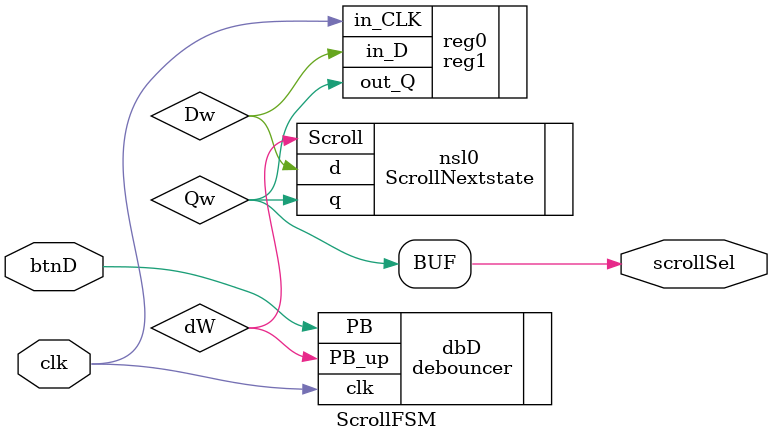
<source format=v>
module ScrollFSM(
  input clk,
    input btnD,
    output scrollSel
    );

wire Dw, Qw;
wire dW;

debouncer dbD(
    .clk(clk),
    .PB(btnD),
    .PB_up(dW)
    );

reg1 reg0(
    .in_D(Dw),
    .in_CLK(clk),
    .out_Q(Qw)
    );

ScrollNextstate nsl0(
    .Scroll(dW),
    .q(Qw),
    .d(Dw)
    );

assign scrollSel = Qw;


endmodule
</source>
